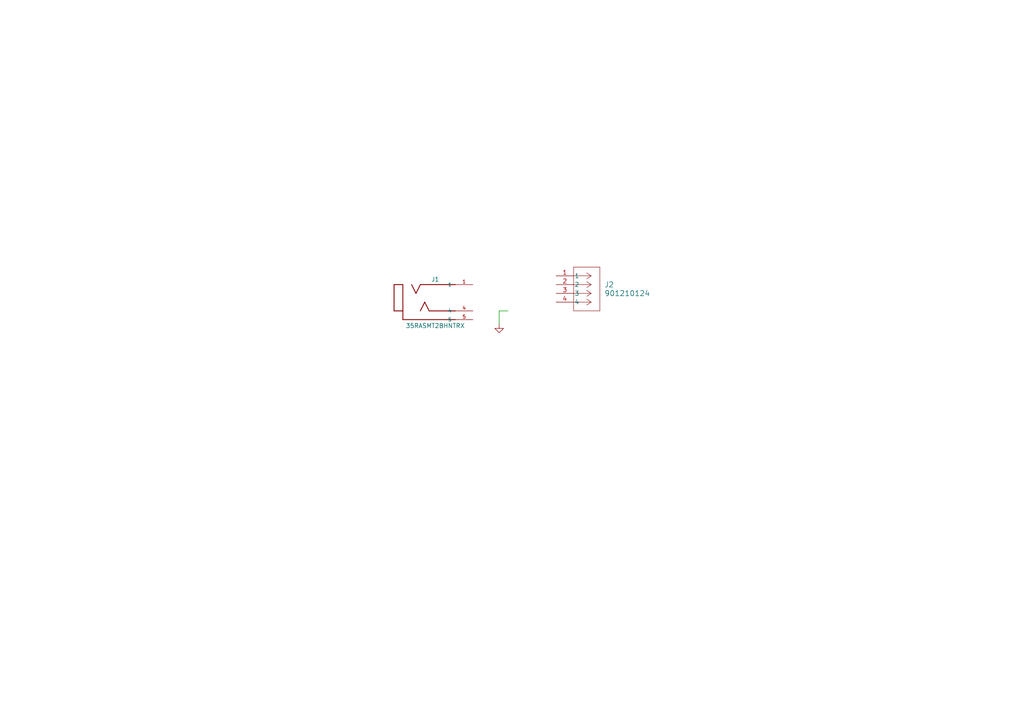
<source format=kicad_sch>
(kicad_sch (version 20231120) (generator "eeschema") (generator_version "8.0")
  (paper "A4")
  (lib_symbols
    (symbol "MiniJack2Jumper:35RASMT2BHNTRX" (pin_names (offset 1.016))
      (property "Reference" "J" (at -12.7219 7.6332 0))
      (property "Value" "35RASMT2BHNTRX" (at -12.7077 -10.1661 0))
      (symbol "35RASMT2BHNTRX_0_0"
        (polyline (pts (xy -15.24 -2.54) (xy -12.7 -2.54)) (stroke (width 0.254)))
        (polyline (pts (xy -15.24 5.08) (xy -15.24 -2.54)) (stroke (width 0.254)))
        (polyline (pts (xy -12.7 -5.08) (xy 2.54 -5.08)) (stroke (width 0.254)))
        (polyline (pts (xy -12.7 5.08) (xy -15.24 5.08)) (stroke (width 0.254)))
        (polyline (pts (xy -12.7 5.08) (xy -12.7 -5.08)) (stroke (width 0.254)))
        (polyline (pts (xy -10.16 5.08) (xy -8.89 2.54)) (stroke (width 0.254)))
        (polyline (pts (xy -8.89 2.54) (xy -7.62 5.08)) (stroke (width 0.254)))
        (polyline (pts (xy -7.62 5.08) (xy 2.54 5.08)) (stroke (width 0.254)))
        (polyline (pts (xy -6.35 0) (xy -7.62 -2.54)) (stroke (width 0.254)))
        (polyline (pts (xy -6.35 0) (xy -5.08 -2.54)) (stroke (width 0.254)))
        (polyline (pts (xy -5.08 -2.54) (xy 2.54 -2.54)) (stroke (width 0.254)))
        (pin passive line (at 7.62 5.08 180) (length 5.08) (name "1") (number "1"))
        (pin passive line (at 7.62 -2.54 180) (length 5.08) (name "4") (number "4"))
        (pin passive line (at 7.62 -5.08 180) (length 5.08) (name "5") (number "5"))
      )
    )
    (symbol "MiniJack2Jumper:901210124" (pin_names (offset 0.254))
      (property "Reference" "J" (at 8.89 6.35 0))
      (property "Value" "901210124" (at 0 0 0))
      (symbol "901210124_1_1"
        (polyline (pts (xy 5.08 -10.16) (xy 12.7 -10.16)) (stroke (width 0.127)))
        (polyline (pts (xy 5.08 2.54) (xy 5.08 -10.16)) (stroke (width 0.127)))
        (polyline (pts (xy 10.16 -7.62) (xy 5.08 -7.62)) (stroke (width 0.127)))
        (polyline (pts (xy 10.16 -7.62) (xy 8.89 -8.4667)) (stroke (width 0.127)))
        (polyline (pts (xy 10.16 -7.62) (xy 8.89 -6.7733)) (stroke (width 0.127)))
        (polyline (pts (xy 10.16 -5.08) (xy 5.08 -5.08)) (stroke (width 0.127)))
        (polyline (pts (xy 10.16 -5.08) (xy 8.89 -5.9267)) (stroke (width 0.127)))
        (polyline (pts (xy 10.16 -5.08) (xy 8.89 -4.2333)) (stroke (width 0.127)))
        (polyline (pts (xy 10.16 -2.54) (xy 5.08 -2.54)) (stroke (width 0.127)))
        (polyline (pts (xy 10.16 -2.54) (xy 8.89 -3.3867)) (stroke (width 0.127)))
        (polyline (pts (xy 10.16 -2.54) (xy 8.89 -1.6933)) (stroke (width 0.127)))
        (polyline (pts (xy 10.16 0) (xy 5.08 0)) (stroke (width 0.127)))
        (polyline (pts (xy 10.16 0) (xy 8.89 -0.8467)) (stroke (width 0.127)))
        (polyline (pts (xy 10.16 0) (xy 8.89 0.8467)) (stroke (width 0.127)))
        (polyline (pts (xy 12.7 -10.16) (xy 12.7 2.54)) (stroke (width 0.127)))
        (polyline (pts (xy 12.7 2.54) (xy 5.08 2.54)) (stroke (width 0.127)))
        (pin unspecified line (at 0 0 0) (length 5.08) (name "1") (number "1"))
        (pin unspecified line (at 0 -2.54 0) (length 5.08) (name "2") (number "2"))
        (pin unspecified line (at 0 -5.08 0) (length 5.08) (name "3") (number "3"))
        (pin unspecified line (at 0 -7.62 0) (length 5.08) (name "4") (number "4"))
      )
      (symbol "901210124_1_2"
        (polyline (pts (xy 5.08 -10.16) (xy 12.7 -10.16)) (stroke (width 0.127)))
        (polyline (pts (xy 5.08 2.54) (xy 5.08 -10.16)) (stroke (width 0.127)))
        (polyline (pts (xy 7.62 -7.62) (xy 5.08 -7.62)) (stroke (width 0.127)))
        (polyline (pts (xy 7.62 -7.62) (xy 8.89 -8.4667)) (stroke (width 0.127)))
        (polyline (pts (xy 7.62 -7.62) (xy 8.89 -6.7733)) (stroke (width 0.127)))
        (polyline (pts (xy 7.62 -5.08) (xy 5.08 -5.08)) (stroke (width 0.127)))
        (polyline (pts (xy 7.62 -5.08) (xy 8.89 -5.9267)) (stroke (width 0.127)))
        (polyline (pts (xy 7.62 -5.08) (xy 8.89 -4.2333)) (stroke (width 0.127)))
        (polyline (pts (xy 7.62 -2.54) (xy 5.08 -2.54)) (stroke (width 0.127)))
        (polyline (pts (xy 7.62 -2.54) (xy 8.89 -3.3867)) (stroke (width 0.127)))
        (polyline (pts (xy 7.62 -2.54) (xy 8.89 -1.6933)) (stroke (width 0.127)))
        (polyline (pts (xy 7.62 0) (xy 5.08 0)) (stroke (width 0.127)))
        (polyline (pts (xy 7.62 0) (xy 8.89 -0.8467)) (stroke (width 0.127)))
        (polyline (pts (xy 7.62 0) (xy 8.89 0.8467)) (stroke (width 0.127)))
        (polyline (pts (xy 12.7 -10.16) (xy 12.7 2.54)) (stroke (width 0.127)))
        (polyline (pts (xy 12.7 2.54) (xy 5.08 2.54)) (stroke (width 0.127)))
        (pin unspecified line (at 0 0 0) (length 5.08) (name "1") (number "1"))
        (pin unspecified line (at 0 -2.54 0) (length 5.08) (name "2") (number "2"))
        (pin unspecified line (at 0 -5.08 0) (length 5.08) (name "3") (number "3"))
        (pin unspecified line (at 0 -7.62 0) (length 5.08) (name "4") (number "4"))
      )
    )
    (symbol "power:GND" (power) (pin_numbers hide) (pin_names (offset 0) hide)
      (property "Value" "GND" (at 0 -3.81 0))
      (symbol "GND_0_1"
        (polyline (pts (xy 0 0) (xy 0 -1.27) (xy 1.27 -1.27) (xy 0 -2.54) (xy -1.27 -1.27) (xy 0 -1.27)))
      )
      (symbol "GND_1_1"
        (pin power_in line (at 0 0 270) (length 0) (name "~") (number "1"))
      )
    )
  )
  (wire (pts (xy 144.78 93.98) (xy 144.78 90.17)))
  (wire (pts (xy 144.78 90.17) (xy 147.32 90.17)))
  (symbol (lib_id "MiniJack2Jumper:35RASMT2BHNTRX") (at 129.54 87.63 0) (unit 1)
    (property "Reference" "J1" (at 126.238 81.026 0))
    (property "Value" "35RASMT2BHNTRX" (at 126.238 94.488 0))
    (property "Footprint" "MiniJack2Jumper:35RASMT2BHNTRX" (effects (hide yes)))
    (property "MANUFACTURER" "Switchcraft" (effects (hide yes)))
  )
  (symbol (lib_id "MiniJack2Jumper:901210124") (at 161.29 80.01 0) (unit 1)
    (property "Reference" "J2" (at 175.26 82.5499 0) (effects (font (size 1.524 1.524)) (justify left)))
    (property "Value" "901210124" (at 175.26 85.0899 0) (effects (font (size 1.524 1.524)) (justify left)))
    (property "Footprint" "MiniJack2Jumper:CONN04_901210124_MOL" (effects (hide yes)))
    (property "Datasheet" "https://www.molex.com/pdm_docs/sd/901210124_sd.pdf" (effects (hide yes)))
    (property "DigiKey Part Number" "23-0901210124-ND" (effects (hide yes)))
    (property "DigiKey Link" "https://www.digikey.at/en/products/detail/molex/0901210124/760813 " (effects (hide yes)))
  )
  (symbol (lib_id "power:GND") (at 144.78 93.98 0) (unit 1)
    (property "Reference" "#PWR1" (effects (hide yes)))
    (property "Value" "GND" (effects (hide yes)))
    (property "Description" "Power symbol creates a global label with name \"GND\" , ground" (effects (hide yes)))
  )
)
</source>
